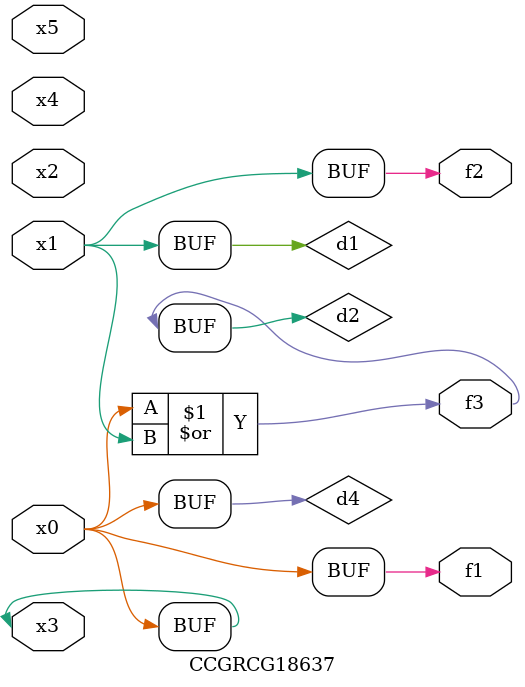
<source format=v>
module CCGRCG18637(
	input x0, x1, x2, x3, x4, x5,
	output f1, f2, f3
);

	wire d1, d2, d3, d4;

	and (d1, x1);
	or (d2, x0, x1);
	nand (d3, x0, x5);
	buf (d4, x0, x3);
	assign f1 = d4;
	assign f2 = d1;
	assign f3 = d2;
endmodule

</source>
